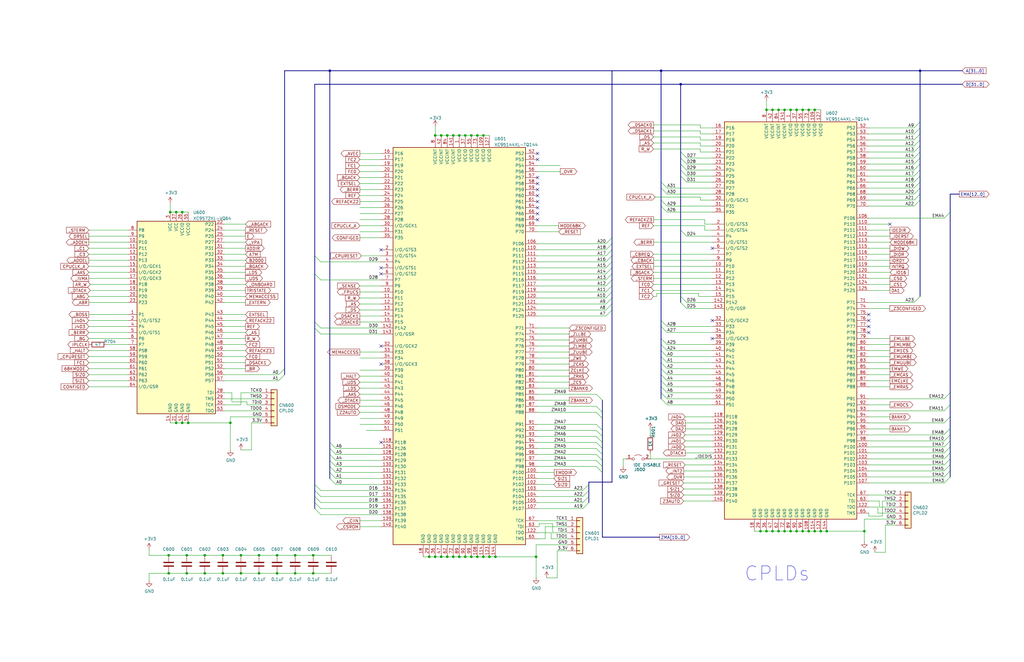
<source format=kicad_sch>
(kicad_sch (version 20211123) (generator eeschema)
  (paper "B")
  (title_block (title "Amiga N2630") (date "2022-05-26") (rev "2.0 QFP"))
  (junction (at 93.98 234.315))
  (junction (at 124.46 234.315))
  (junction (at 364.49 224.155))
  (junction (at 335.915 224.155))
  (junction (at 71.755 89.535))
  (junction (at 226.06 234.95))
  (junction (at 74.295 178.435))
  (junction (at 74.295 89.535))
  (junction (at 109.22 234.315))
  (junction (at 71.12 234.315))
  (junction (at 206.375 234.95))
  (junction (at 132.08 234.315))
  (junction (at 208.915 234.95))
  (junction (at 203.835 57.15))
  (junction (at 139.065 29.845))
  (junction (at 109.22 241.935))
  (junction (at 132.08 241.935))
  (junction (at 191.135 57.15))
  (junction (at 193.675 57.15))
  (junction (at 86.36 234.315))
  (junction (at 196.215 57.15))
  (junction (at 325.755 224.155))
  (junction (at 183.515 57.15))
  (junction (at 191.135 234.95))
  (junction (at 76.835 178.435))
  (junction (at 343.535 46.355))
  (junction (at 330.835 224.155))
  (junction (at 387.985 29.845))
  (junction (at 116.84 234.315))
  (junction (at 188.595 57.15))
  (junction (at 97.155 178.435))
  (junction (at 201.295 57.15))
  (junction (at 180.975 234.95))
  (junction (at 340.995 46.355))
  (junction (at 287.02 35.56))
  (junction (at 78.74 234.315))
  (junction (at 76.835 89.535))
  (junction (at 78.74 241.935))
  (junction (at 124.46 241.935))
  (junction (at 278.765 29.845))
  (junction (at 333.375 224.155))
  (junction (at 101.6 234.315))
  (junction (at 340.995 224.155))
  (junction (at 323.215 46.355))
  (junction (at 325.755 46.355))
  (junction (at 338.455 46.355))
  (junction (at 346.075 224.155))
  (junction (at 186.055 234.95))
  (junction (at 198.755 57.15))
  (junction (at 79.375 178.435))
  (junction (at 196.215 234.95))
  (junction (at 186.055 57.15))
  (junction (at 93.98 241.935))
  (junction (at 328.295 46.355))
  (junction (at 101.6 241.935))
  (junction (at 323.215 224.155))
  (junction (at 328.295 224.155))
  (junction (at 343.535 224.155))
  (junction (at 330.835 46.355))
  (junction (at 116.84 241.935))
  (junction (at 335.915 46.355))
  (junction (at 320.675 224.155))
  (junction (at 338.455 224.155))
  (junction (at 183.515 234.95))
  (junction (at 71.12 241.935))
  (junction (at 86.36 241.935))
  (junction (at 333.375 46.355))
  (junction (at 193.675 234.95))
  (junction (at 203.835 234.95))
  (junction (at 188.595 234.95))
  (junction (at 201.295 234.95))
  (junction (at 348.615 224.155))
  (junction (at 198.755 234.95))
  (no_connect (at 300.355 142.875))
  (no_connect (at 300.355 135.255))
  (no_connect (at 160.655 186.69))
  (no_connect (at 226.695 85.09))
  (no_connect (at 226.695 90.17))
  (no_connect (at 226.695 87.63))
  (no_connect (at 226.695 92.71))
  (no_connect (at 226.695 82.55))
  (no_connect (at 226.695 80.01))
  (no_connect (at 226.695 77.47))
  (no_connect (at 226.695 74.93))
  (no_connect (at 226.695 67.31))
  (no_connect (at 226.695 64.77))
  (no_connect (at 300.355 104.775))
  (no_connect (at 160.655 113.03))
  (no_connect (at 160.655 115.57))
  (no_connect (at 160.655 153.67))
  (no_connect (at 160.655 146.05))
  (no_connect (at 366.395 140.335))
  (no_connect (at 366.395 137.795))
  (no_connect (at 366.395 135.255))
  (no_connect (at 160.655 105.41))
  (no_connect (at 366.395 132.715))
  (no_connect (at 375.285 94.615))
  (bus_entry (at 281.305 137.795) (size -2.54 -2.54))
  (bus_entry (at 398.145 186.055) (size 2.54 -2.54))
  (bus_entry (at 398.018 183.515) (size 2.54 -2.54))
  (bus_entry (at 398.145 188.595) (size 2.54 -2.54))
  (bus_entry (at 398.145 173.355) (size 2.54 -2.54))
  (bus_entry (at 398.145 178.435) (size 2.54 -2.54))
  (bus_entry (at 255.524 107.95) (size 2.54 -2.54))
  (bus_entry (at 385.445 74.295) (size 2.54 -2.54))
  (bus_entry (at 385.445 61.595) (size 2.54 -2.54))
  (bus_entry (at 255.524 133.35) (size 2.54 -2.54))
  (bus_entry (at 385.445 53.975) (size 2.54 -2.54))
  (bus_entry (at 281.305 89.535) (size -2.54 -2.54))
  (bus_entry (at 281.305 79.375) (size -2.54 -2.54))
  (bus_entry (at 385.445 127.635) (size 2.54 -2.54))
  (bus_entry (at 385.445 79.375) (size 2.54 -2.54))
  (bus_entry (at 135.255 209.55) (size -2.54 -2.54))
  (bus_entry (at 289.56 71.755) (size -2.54 -2.54))
  (bus_entry (at 281.305 165.735) (size -2.54 -2.54))
  (bus_entry (at 398.145 201.295) (size 2.54 -2.54))
  (bus_entry (at 398.145 193.675) (size 2.54 -2.54))
  (bus_entry (at 398.145 203.835) (size 2.54 -2.54))
  (bus_entry (at 398.145 92.075) (size 2.54 -2.54))
  (bus_entry (at 398.018 198.755) (size 2.54 -2.54))
  (bus_entry (at 398.145 196.215) (size 2.54 -2.54))
  (bus_entry (at 398.145 191.135) (size 2.54 -2.54))
  (bus_entry (at 135.255 207.01) (size -2.54 -2.54))
  (bus_entry (at 281.305 163.195) (size -2.54 -2.54))
  (bus_entry (at 281.305 150.495) (size -2.54 -2.54))
  (bus_entry (at 281.305 145.415) (size -2.54 -2.54))
  (bus_entry (at 141.605 204.47) (size -2.54 -2.54))
  (bus_entry (at 141.605 196.85) (size -2.54 -2.54))
  (bus_entry (at 141.605 194.31) (size -2.54 -2.54))
  (bus_entry (at 141.605 199.39) (size -2.54 -2.54))
  (bus_entry (at 141.605 201.93) (size -2.54 -2.54))
  (bus_entry (at 141.605 189.23) (size -2.54 -2.54))
  (bus_entry (at 141.605 191.77) (size -2.54 -2.54))
  (bus_entry (at 255.524 118.11) (size 2.54 -2.54))
  (bus_entry (at 255.524 128.27) (size 2.54 -2.54))
  (bus_entry (at 255.524 120.65) (size 2.54 -2.54))
  (bus_entry (at 255.524 123.19) (size 2.54 -2.54))
  (bus_entry (at 255.524 125.73) (size 2.54 -2.54))
  (bus_entry (at 255.524 130.81) (size 2.54 -2.54))
  (bus_entry (at 245.745 207.01) (size 2.54 -2.54))
  (bus_entry (at 245.745 214.63) (size 2.54 -2.54))
  (bus_entry (at 245.745 212.09) (size 2.54 -2.54))
  (bus_entry (at 255.524 115.57) (size 2.54 -2.54))
  (bus_entry (at 255.524 113.03) (size 2.54 -2.54))
  (bus_entry (at 245.745 209.55) (size 2.54 -2.54))
  (bus_entry (at 385.445 84.455) (size 2.54 -2.54))
  (bus_entry (at 289.56 130.175) (size -2.54 -2.54))
  (bus_entry (at 385.445 69.215) (size 2.54 -2.54))
  (bus_entry (at 255.524 110.49) (size 2.54 -2.54))
  (bus_entry (at 385.445 81.915) (size 2.54 -2.54))
  (bus_entry (at 385.445 59.055) (size 2.54 -2.54))
  (bus_entry (at 281.305 170.815) (size -2.54 -2.54))
  (bus_entry (at 289.56 127.635) (size -2.54 -2.54))
  (bus_entry (at 385.445 56.515) (size 2.54 -2.54))
  (bus_entry (at 281.305 155.575) (size -2.54 -2.54))
  (bus_entry (at 135.255 217.17) (size -2.54 -2.54))
  (bus_entry (at 289.56 74.295) (size -2.54 -2.54))
  (bus_entry (at 281.305 168.275) (size -2.54 -2.54))
  (bus_entry (at 281.305 160.655) (size -2.54 -2.54))
  (bus_entry (at 289.56 99.695) (size -2.54 -2.54))
  (bus_entry (at 117.475 158.115) (size 2.54 -2.54))
  (bus_entry (at 255.524 102.87) (size 2.54 -2.54))
  (bus_entry (at 385.445 71.755) (size 2.54 -2.54))
  (bus_entry (at 281.305 158.115) (size -2.54 -2.54))
  (bus_entry (at 398.145 168.275) (size 2.54 -2.54))
  (bus_entry (at 289.56 66.675) (size -2.54 -2.54))
  (bus_entry (at 281.305 147.955) (size -2.54 -2.54))
  (bus_entry (at 385.445 64.135) (size 2.54 -2.54))
  (bus_entry (at 281.305 140.335) (size -2.54 -2.54))
  (bus_entry (at 385.445 86.995) (size 2.54 -2.54))
  (bus_entry (at 289.56 76.835) (size -2.54 -2.54))
  (bus_entry (at 385.445 66.675) (size 2.54 -2.54))
  (bus_entry (at 385.445 76.835) (size 2.54 -2.54))
  (bus_entry (at 255.524 105.41) (size 2.54 -2.54))
  (bus_entry (at 281.305 153.035) (size -2.54 -2.54))
  (bus_entry (at 135.255 212.09) (size -2.54 -2.54))
  (bus_entry (at 289.56 69.215) (size -2.54 -2.54))
  (bus_entry (at 251.46 171.45) (size 2.54 2.54))
  (bus_entry (at 251.46 166.37) (size 2.54 2.54))
  (bus_entry (at 251.46 179.07) (size 2.54 2.54))
  (bus_entry (at 251.46 173.99) (size 2.54 2.54))
  (bus_entry (at 251.46 191.77) (size 2.54 2.54))
  (bus_entry (at 251.46 194.31) (size 2.54 2.54))
  (bus_entry (at 251.46 196.85) (size 2.54 2.54))
  (bus_entry (at 251.46 184.15) (size 2.54 2.54))
  (bus_entry (at 251.46 189.23) (size 2.54 2.54))
  (bus_entry (at 251.46 181.61) (size 2.54 2.54))
  (bus_entry (at 251.46 186.69) (size 2.54 2.54))
  (bus_entry (at 117.475 160.655) (size 2.54 -2.54))
  (bus_entry (at 281.305 86.995) (size -2.54 -2.54))
  (bus_entry (at 281.305 81.915) (size -2.54 -2.54))
  (bus_entry (at 135.255 110.49) (size -2.54 -2.54))
  (bus_entry (at 135.255 118.11) (size -2.54 -2.54))
  (bus_entry (at 135.255 140.97) (size -2.54 -2.54))
  (bus_entry (at 135.255 138.43) (size -2.54 -2.54))
  (bus_entry (at 135.255 214.63) (size -2.54 -2.54))
  (bus (pts (xy 278.765 79.375) (xy 278.765 84.455)))
  (wire (pts (xy 53.975 112.395) (xy 37.465 112.395)))
  (wire (pts (xy 160.655 166.37) (xy 151.765 166.37)))
  (wire (pts (xy 366.395 173.355) (xy 398.145 173.355)))
  (wire (pts (xy 276.225 83.185) (xy 295.275 83.185)))
  (wire (pts (xy 183.515 234.95) (xy 186.055 234.95)))
  (wire (pts (xy 226.06 243.84) (xy 226.06 234.95)))
  (wire (pts (xy 226.06 234.95) (xy 226.06 229.87)))
  (bus (pts (xy 258.064 120.65) (xy 258.064 118.11)))
  (bus (pts (xy 132.715 107.95) (xy 132.715 35.56)))
  (wire (pts (xy 297.18 97.155) (xy 300.355 97.155)))
  (bus (pts (xy 258.064 115.57) (xy 258.064 113.03)))
  (bus (pts (xy 254 181.61) (xy 254 184.15)))
  (wire (pts (xy 203.835 234.95) (xy 206.375 234.95)))
  (wire (pts (xy 366.395 109.855) (xy 375.285 109.855)))
  (wire (pts (xy 288.29 203.835) (xy 300.355 203.835)))
  (wire (pts (xy 103.505 147.955) (xy 94.615 147.955)))
  (wire (pts (xy 297.18 92.71) (xy 297.18 94.615)))
  (wire (pts (xy 180.975 234.95) (xy 183.515 234.95)))
  (wire (pts (xy 101.6 241.935) (xy 93.98 241.935)))
  (wire (pts (xy 239.395 222.25) (xy 229.87 222.25)))
  (bus (pts (xy 248.285 212.09) (xy 248.285 209.55)))
  (wire (pts (xy 300.355 165.735) (xy 281.305 165.735)))
  (wire (pts (xy 160.655 156.21) (xy 151.765 156.21)))
  (bus (pts (xy 287.02 125.095) (xy 287.02 127.635)))
  (wire (pts (xy 289.56 127.635) (xy 300.355 127.635)))
  (wire (pts (xy 300.355 160.655) (xy 281.305 160.655)))
  (wire (pts (xy 53.975 109.855) (xy 37.465 109.855)))
  (wire (pts (xy 103.505 135.255) (xy 94.615 135.255)))
  (wire (pts (xy 188.595 234.95) (xy 191.135 234.95)))
  (wire (pts (xy 151.765 222.25) (xy 160.655 222.25)))
  (wire (pts (xy 366.395 170.815) (xy 375.285 170.815)))
  (wire (pts (xy 372.11 217.805) (xy 366.395 217.805)))
  (wire (pts (xy 104.14 170.815) (xy 110.49 170.815)))
  (wire (pts (xy 366.395 120.015) (xy 375.285 120.015)))
  (wire (pts (xy 135.255 214.63) (xy 160.655 214.63)))
  (wire (pts (xy 320.675 224.155) (xy 318.135 224.155)))
  (wire (pts (xy 295.275 52.705) (xy 275.59 52.705)))
  (bus (pts (xy 139.065 194.31) (xy 139.065 196.85)))
  (wire (pts (xy 328.295 46.355) (xy 325.755 46.355)))
  (wire (pts (xy 385.445 71.755) (xy 366.395 71.755)))
  (wire (pts (xy 274.193 193.675) (xy 300.355 193.675)))
  (wire (pts (xy 281.305 150.495) (xy 300.355 150.495)))
  (wire (pts (xy 255.524 110.49) (xy 226.695 110.49)))
  (wire (pts (xy 245.745 214.63) (xy 226.695 214.63)))
  (wire (pts (xy 262.763 193.675) (xy 262.763 196.85)))
  (wire (pts (xy 364.49 224.155) (xy 364.49 219.075)))
  (wire (pts (xy 385.445 84.455) (xy 366.395 84.455)))
  (bus (pts (xy 132.715 212.09) (xy 132.715 214.63)))
  (wire (pts (xy 97.155 178.435) (xy 97.155 175.895)))
  (wire (pts (xy 53.975 122.555) (xy 38.1 122.555)))
  (wire (pts (xy 295.275 60.325) (xy 295.275 61.595)))
  (bus (pts (xy 248.285 209.55) (xy 248.285 207.01)))
  (wire (pts (xy 297.18 95.25) (xy 297.18 97.155)))
  (wire (pts (xy 71.755 85.725) (xy 71.755 89.535)))
  (wire (pts (xy 103.505 102.235) (xy 94.615 102.235)))
  (wire (pts (xy 135.255 207.01) (xy 160.655 207.01)))
  (wire (pts (xy 300.355 107.315) (xy 275.59 107.315)))
  (wire (pts (xy 226.695 140.97) (xy 240.03 140.97)))
  (wire (pts (xy 103.505 155.575) (xy 94.615 155.575)))
  (bus (pts (xy 132.715 138.557) (xy 132.715 204.47)))
  (wire (pts (xy 226.695 189.23) (xy 251.46 189.23)))
  (wire (pts (xy 191.135 57.15) (xy 188.595 57.15)))
  (wire (pts (xy 53.975 125.095) (xy 37.465 125.095)))
  (wire (pts (xy 335.915 46.355) (xy 333.375 46.355)))
  (wire (pts (xy 300.355 208.915) (xy 288.29 208.915)))
  (wire (pts (xy 94.615 94.615) (xy 103.505 94.615)))
  (wire (pts (xy 385.445 127.635) (xy 366.395 127.635)))
  (wire (pts (xy 226.695 219.71) (xy 239.395 219.71)))
  (bus (pts (xy 258.064 102.87) (xy 258.064 100.33)))
  (wire (pts (xy 281.305 147.955) (xy 300.355 147.955)))
  (wire (pts (xy 226.695 97.79) (xy 235.585 97.79)))
  (wire (pts (xy 37.465 158.115) (xy 53.975 158.115)))
  (wire (pts (xy 281.305 89.535) (xy 300.355 89.535)))
  (wire (pts (xy 281.305 81.915) (xy 300.355 81.915)))
  (bus (pts (xy 254 191.77) (xy 254 194.31)))
  (wire (pts (xy 289.56 99.695) (xy 300.355 99.695)))
  (bus (pts (xy 400.685 191.135) (xy 400.685 188.595)))
  (wire (pts (xy 226.695 194.31) (xy 251.46 194.31)))
  (wire (pts (xy 160.655 74.93) (xy 151.765 74.93)))
  (wire (pts (xy 103.505 122.555) (xy 94.615 122.555)))
  (wire (pts (xy 226.695 191.77) (xy 251.46 191.77)))
  (bus (pts (xy 258.064 118.11) (xy 258.064 115.57)))
  (bus (pts (xy 254 199.39) (xy 254 226.695)))
  (wire (pts (xy 300.355 186.055) (xy 288.925 186.055)))
  (wire (pts (xy 94.615 120.015) (xy 103.505 120.015)))
  (wire (pts (xy 94.615 158.115) (xy 117.475 158.115)))
  (wire (pts (xy 300.355 112.395) (xy 275.59 112.395)))
  (wire (pts (xy 289.56 74.295) (xy 300.355 74.295)))
  (wire (pts (xy 206.375 234.95) (xy 208.915 234.95)))
  (wire (pts (xy 366.395 175.895) (xy 375.285 175.895)))
  (wire (pts (xy 274.193 183.515) (xy 274.193 180.975)))
  (wire (pts (xy 196.215 234.95) (xy 198.755 234.95)))
  (wire (pts (xy 160.655 64.77) (xy 151.765 64.77)))
  (bus (pts (xy 387.985 64.135) (xy 387.985 66.675)))
  (bus (pts (xy 254 189.23) (xy 254 191.77)))
  (wire (pts (xy 300.355 125.095) (xy 294.64 125.095)))
  (wire (pts (xy 160.655 77.47) (xy 151.765 77.47)))
  (wire (pts (xy 300.355 170.815) (xy 281.305 170.815)))
  (wire (pts (xy 274.193 191.135) (xy 274.193 193.675)))
  (wire (pts (xy 141.605 196.85) (xy 160.655 196.85)))
  (wire (pts (xy 289.56 76.835) (xy 300.355 76.835)))
  (wire (pts (xy 94.615 109.855) (xy 103.505 109.855)))
  (wire (pts (xy 385.445 53.975) (xy 366.395 53.975)))
  (wire (pts (xy 160.655 173.99) (xy 151.765 173.99)))
  (wire (pts (xy 325.755 46.355) (xy 323.215 46.355)))
  (wire (pts (xy 196.215 57.15) (xy 193.675 57.15)))
  (wire (pts (xy 53.975 117.475) (xy 37.465 117.475)))
  (bus (pts (xy 400.685 175.895) (xy 400.685 170.815)))
  (bus (pts (xy 387.985 61.595) (xy 387.985 64.135)))
  (wire (pts (xy 366.395 145.415) (xy 375.285 145.415)))
  (wire (pts (xy 93.98 241.935) (xy 86.36 241.935)))
  (wire (pts (xy 300.355 183.515) (xy 288.925 183.515)))
  (wire (pts (xy 103.505 150.495) (xy 94.615 150.495)))
  (wire (pts (xy 37.465 147.955) (xy 53.975 147.955)))
  (wire (pts (xy 226.695 199.39) (xy 233.68 199.39)))
  (wire (pts (xy 124.46 241.935) (xy 132.08 241.935)))
  (wire (pts (xy 340.995 224.155) (xy 338.455 224.155)))
  (wire (pts (xy 37.465 132.715) (xy 53.975 132.715)))
  (wire (pts (xy 37.465 140.335) (xy 53.975 140.335)))
  (bus (pts (xy 400.685 89.535) (xy 400.685 81.915)))
  (wire (pts (xy 151.765 123.19) (xy 160.655 123.19)))
  (wire (pts (xy 151.765 90.17) (xy 160.655 90.17)))
  (wire (pts (xy 53.975 137.795) (xy 37.465 137.795)))
  (bus (pts (xy 254 194.31) (xy 254 196.85)))
  (wire (pts (xy 226.695 95.25) (xy 235.585 95.25)))
  (wire (pts (xy 37.465 104.775) (xy 53.975 104.775)))
  (wire (pts (xy 300.355 163.195) (xy 281.305 163.195)))
  (wire (pts (xy 288.925 175.895) (xy 300.355 175.895)))
  (wire (pts (xy 281.305 86.995) (xy 300.355 86.995)))
  (bus (pts (xy 248.285 203.454) (xy 258.064 203.454)))
  (wire (pts (xy 208.915 234.95) (xy 226.06 234.95)))
  (bus (pts (xy 278.765 158.115) (xy 278.765 160.655)))
  (wire (pts (xy 135.255 217.17) (xy 160.655 217.17)))
  (wire (pts (xy 191.135 234.95) (xy 193.675 234.95)))
  (bus (pts (xy 258.064 113.03) (xy 258.064 110.49)))
  (wire (pts (xy 366.395 178.435) (xy 398.145 178.435)))
  (bus (pts (xy 278.765 153.035) (xy 278.765 155.575)))
  (wire (pts (xy 385.445 69.215) (xy 366.395 69.215)))
  (bus (pts (xy 120.015 29.845) (xy 139.065 29.845)))
  (bus (pts (xy 287.02 35.56) (xy 287.02 64.135)))
  (wire (pts (xy 160.655 163.83) (xy 151.765 163.83)))
  (wire (pts (xy 375.285 122.555) (xy 366.395 122.555)))
  (bus (pts (xy 278.765 160.655) (xy 278.765 163.195)))
  (bus (pts (xy 254 176.53) (xy 254 181.61)))
  (bus (pts (xy 258.064 128.27) (xy 258.064 130.81)))
  (wire (pts (xy 151.765 125.73) (xy 160.655 125.73)))
  (wire (pts (xy 76.835 178.435) (xy 79.375 178.435)))
  (wire (pts (xy 226.695 148.59) (xy 240.03 148.59)))
  (wire (pts (xy 234.95 243.84) (xy 230.505 243.84)))
  (wire (pts (xy 103.505 140.335) (xy 94.615 140.335)))
  (wire (pts (xy 255.524 102.87) (xy 226.695 102.87)))
  (wire (pts (xy 109.22 241.935) (xy 101.6 241.935)))
  (wire (pts (xy 141.605 191.77) (xy 160.655 191.77)))
  (wire (pts (xy 193.675 234.95) (xy 196.215 234.95)))
  (wire (pts (xy 79.375 178.435) (xy 97.155 178.435)))
  (wire (pts (xy 372.11 211.455) (xy 372.11 217.805)))
  (wire (pts (xy 160.655 92.71) (xy 151.765 92.71)))
  (bus (pts (xy 387.985 66.675) (xy 387.985 69.215)))
  (bus (pts (xy 400.685 81.915) (xy 404.495 81.915)))
  (wire (pts (xy 366.395 163.195) (xy 375.285 163.195)))
  (wire (pts (xy 103.505 145.415) (xy 94.615 145.415)))
  (wire (pts (xy 300.355 117.475) (xy 275.59 117.475)))
  (wire (pts (xy 264.033 193.675) (xy 262.763 193.675)))
  (wire (pts (xy 226.695 72.39) (xy 236.22 72.39)))
  (bus (pts (xy 278.765 145.415) (xy 278.765 147.955)))
  (bus (pts (xy 287.02 74.295) (xy 287.02 97.155)))
  (bus (pts (xy 278.765 29.845) (xy 387.985 29.845)))
  (bus (pts (xy 278.765 165.735) (xy 278.765 168.275)))
  (bus (pts (xy 400.685 193.675) (xy 400.685 191.135)))
  (wire (pts (xy 135.255 138.43) (xy 160.655 138.43)))
  (wire (pts (xy 109.22 234.315) (xy 116.84 234.315)))
  (wire (pts (xy 151.765 120.65) (xy 160.655 120.65)))
  (wire (pts (xy 160.655 107.95) (xy 152.4 107.95)))
  (bus (pts (xy 287.02 64.135) (xy 287.02 66.675)))
  (bus (pts (xy 258.064 130.81) (xy 258.064 203.454)))
  (wire (pts (xy 366.395 183.515) (xy 398.018 183.515)))
  (wire (pts (xy 141.605 189.23) (xy 160.655 189.23)))
  (wire (pts (xy 333.375 46.355) (xy 330.835 46.355)))
  (wire (pts (xy 226.695 158.75) (xy 240.03 158.75)))
  (wire (pts (xy 300.355 114.935) (xy 275.59 114.935)))
  (wire (pts (xy 160.655 95.25) (xy 151.765 95.25)))
  (wire (pts (xy 229.87 222.25) (xy 229.87 227.33)))
  (wire (pts (xy 233.045 220.98) (xy 227.33 220.98)))
  (bus (pts (xy 400.685 89.535) (xy 400.685 165.735)))
  (wire (pts (xy 116.84 241.935) (xy 124.46 241.935)))
  (wire (pts (xy 135.255 110.49) (xy 160.655 110.49)))
  (wire (pts (xy 53.975 107.315) (xy 37.465 107.315)))
  (wire (pts (xy 300.355 120.015) (xy 275.59 120.015)))
  (wire (pts (xy 86.36 234.315) (xy 78.74 234.315)))
  (bus (pts (xy 387.985 29.845) (xy 405.765 29.845)))
  (wire (pts (xy 103.505 112.395) (xy 94.615 112.395)))
  (wire (pts (xy 97.155 189.865) (xy 97.155 178.435)))
  (wire (pts (xy 151.765 130.81) (xy 160.655 130.81)))
  (wire (pts (xy 232.41 227.33) (xy 239.395 227.33)))
  (wire (pts (xy 275.59 60.325) (xy 295.275 60.325)))
  (wire (pts (xy 338.455 224.155) (xy 335.915 224.155)))
  (wire (pts (xy 101.6 165.735) (xy 101.6 170.815)))
  (wire (pts (xy 370.84 213.995) (xy 377.825 213.995)))
  (wire (pts (xy 97.79 165.735) (xy 97.79 169.545)))
  (wire (pts (xy 300.355 84.455) (xy 295.275 84.455)))
  (wire (pts (xy 198.755 57.15) (xy 196.215 57.15)))
  (wire (pts (xy 226.695 179.07) (xy 251.46 179.07)))
  (wire (pts (xy 201.295 57.15) (xy 198.755 57.15)))
  (wire (pts (xy 276.86 125.095) (xy 275.59 125.095)))
  (wire (pts (xy 109.22 241.935) (xy 116.84 241.935)))
  (wire (pts (xy 297.18 94.615) (xy 300.355 94.615)))
  (wire (pts (xy 348.615 224.155) (xy 364.49 224.155)))
  (wire (pts (xy 71.12 234.315) (xy 62.865 234.315)))
  (bus (pts (xy 139.065 191.77) (xy 139.065 194.31)))
  (wire (pts (xy 385.445 86.995) (xy 366.395 86.995)))
  (wire (pts (xy 198.755 234.95) (xy 201.295 234.95)))
  (wire (pts (xy 255.524 133.35) (xy 226.695 133.35)))
  (bus (pts (xy 400.685 188.595) (xy 400.685 186.055)))
  (bus (pts (xy 258.064 100.33) (xy 258.064 29.972)))
  (bus (pts (xy 387.985 56.515) (xy 387.985 59.055)))
  (bus (pts (xy 139.065 186.69) (xy 139.065 189.23)))
  (wire (pts (xy 124.46 234.315) (xy 132.08 234.315)))
  (wire (pts (xy 294.64 123.825) (xy 276.86 123.825)))
  (wire (pts (xy 141.605 199.39) (xy 160.655 199.39)))
  (wire (pts (xy 71.12 241.935) (xy 62.865 241.935)))
  (wire (pts (xy 370.205 213.995) (xy 370.205 216.535)))
  (wire (pts (xy 366.395 168.275) (xy 398.145 168.275)))
  (wire (pts (xy 203.835 57.15) (xy 201.295 57.15)))
  (wire (pts (xy 53.975 99.695) (xy 37.465 99.695)))
  (wire (pts (xy 233.045 224.79) (xy 233.045 220.98)))
  (bus (pts (xy 400.685 183.515) (xy 400.685 175.895)))
  (wire (pts (xy 366.395 112.395) (xy 375.285 112.395)))
  (wire (pts (xy 37.465 153.035) (xy 53.975 153.035)))
  (bus (pts (xy 278.765 163.195) (xy 278.765 165.735)))
  (wire (pts (xy 226.695 184.15) (xy 251.46 184.15)))
  (wire (pts (xy 366.395 203.835) (xy 398.145 203.835)))
  (wire (pts (xy 366.395 114.935) (xy 375.285 114.935)))
  (wire (pts (xy 385.445 64.135) (xy 366.395 64.135)))
  (wire (pts (xy 186.055 234.95) (xy 188.595 234.95)))
  (wire (pts (xy 160.655 87.63) (xy 151.765 87.63)))
  (wire (pts (xy 323.215 224.155) (xy 320.675 224.155)))
  (wire (pts (xy 288.29 198.755) (xy 300.355 198.755)))
  (wire (pts (xy 226.695 146.05) (xy 240.03 146.05)))
  (wire (pts (xy 300.355 191.135) (xy 288.925 191.135)))
  (wire (pts (xy 377.825 221.615) (xy 373.38 221.615)))
  (bus (pts (xy 278.765 137.795) (xy 278.765 142.875)))
  (wire (pts (xy 366.395 142.875) (xy 375.285 142.875)))
  (wire (pts (xy 255.524 130.81) (xy 226.695 130.81)))
  (bus (pts (xy 258.064 107.95) (xy 258.064 105.41)))
  (wire (pts (xy 385.445 56.515) (xy 366.395 56.515)))
  (wire (pts (xy 323.215 42.545) (xy 323.215 46.355)))
  (wire (pts (xy 103.505 137.795) (xy 94.615 137.795)))
  (wire (pts (xy 117.475 160.655) (xy 94.615 160.655)))
  (wire (pts (xy 132.08 234.315) (xy 139.7 234.315)))
  (wire (pts (xy 160.655 161.29) (xy 151.765 161.29)))
  (wire (pts (xy 300.355 56.515) (xy 295.275 56.515)))
  (bus (pts (xy 132.715 115.57) (xy 132.715 107.95)))
  (wire (pts (xy 226.695 204.47) (xy 233.553 204.47)))
  (wire (pts (xy 53.975 127.635) (xy 37.465 127.635)))
  (bus (pts (xy 387.985 81.915) (xy 387.985 84.455)))
  (wire (pts (xy 288.925 196.215) (xy 300.355 196.215)))
  (wire (pts (xy 295.275 55.245) (xy 275.59 55.245)))
  (wire (pts (xy 97.79 169.545) (xy 104.14 169.545)))
  (bus (pts (xy 400.685 186.055) (xy 400.685 183.515)))
  (wire (pts (xy 132.08 241.935) (xy 139.7 241.935)))
  (wire (pts (xy 295.275 64.135) (xy 295.275 62.865)))
  (bus (pts (xy 400.685 201.295) (xy 400.685 198.755)))
  (wire (pts (xy 366.395 117.475) (xy 375.285 117.475)))
  (wire (pts (xy 288.925 180.975) (xy 300.355 180.975)))
  (wire (pts (xy 366.395 211.455) (xy 370.84 211.455)))
  (wire (pts (xy 226.695 156.21) (xy 240.03 156.21)))
  (wire (pts (xy 53.975 120.015) (xy 38.1 120.015)))
  (wire (pts (xy 370.205 216.535) (xy 377.825 216.535)))
  (wire (pts (xy 160.655 151.13) (xy 151.765 151.13)))
  (wire (pts (xy 226.695 161.29) (xy 240.03 161.29)))
  (wire (pts (xy 364.49 219.075) (xy 377.825 219.075)))
  (wire (pts (xy 255.524 105.41) (xy 226.695 105.41)))
  (wire (pts (xy 295.275 56.515) (xy 295.275 55.245)))
  (wire (pts (xy 93.98 234.315) (xy 86.36 234.315)))
  (wire (pts (xy 276.86 123.825) (xy 276.86 125.095)))
  (wire (pts (xy 151.765 176.53) (xy 160.655 176.53)))
  (wire (pts (xy 281.305 153.035) (xy 300.355 153.035)))
  (wire (pts (xy 373.38 233.045) (xy 368.935 233.045)))
  (bus (pts (xy 132.715 135.89) (xy 132.715 115.57)))
  (wire (pts (xy 275.59 102.235) (xy 300.355 102.235)))
  (wire (pts (xy 227.33 222.25) (xy 226.695 222.25)))
  (wire (pts (xy 275.59 62.865) (xy 295.275 62.865)))
  (wire (pts (xy 151.765 67.31) (xy 160.655 67.31)))
  (bus (pts (xy 254 184.15) (xy 254 186.69)))
  (wire (pts (xy 366.395 198.755) (xy 398.018 198.755)))
  (wire (pts (xy 366.395 104.775) (xy 375.285 104.775)))
  (wire (pts (xy 151.765 97.79) (xy 160.655 97.79)))
  (wire (pts (xy 160.655 80.01) (xy 151.765 80.01)))
  (wire (pts (xy 255.524 113.03) (xy 226.695 113.03)))
  (wire (pts (xy 366.395 150.495) (xy 375.285 150.495)))
  (bus (pts (xy 287.02 35.56) (xy 405.765 35.56)))
  (wire (pts (xy 288.29 206.375) (xy 300.355 206.375)))
  (wire (pts (xy 160.655 171.45) (xy 151.765 171.45)))
  (wire (pts (xy 151.765 128.27) (xy 160.655 128.27)))
  (wire (pts (xy 206.375 57.15) (xy 203.835 57.15)))
  (wire (pts (xy 160.655 85.09) (xy 151.765 85.09)))
  (bus (pts (xy 287.02 71.755) (xy 287.02 74.295)))
  (wire (pts (xy 255.524 115.57) (xy 226.695 115.57)))
  (wire (pts (xy 160.655 168.91) (xy 151.765 168.91)))
  (wire (pts (xy 37.465 150.495) (xy 53.975 150.495)))
  (wire (pts (xy 385.445 79.375) (xy 366.395 79.375)))
  (wire (pts (xy 37.465 160.655) (xy 53.975 160.655)))
  (wire (pts (xy 328.295 224.155) (xy 325.755 224.155)))
  (wire (pts (xy 366.395 153.035) (xy 375.285 153.035)))
  (wire (pts (xy 245.745 212.09) (xy 226.695 212.09)))
  (wire (pts (xy 53.975 135.255) (xy 37.465 135.255)))
  (wire (pts (xy 275.59 57.785) (xy 295.275 57.785)))
  (wire (pts (xy 160.655 72.39) (xy 151.765 72.39)))
  (wire (pts (xy 226.695 171.45) (xy 251.46 171.45)))
  (wire (pts (xy 294.64 125.095) (xy 294.64 123.825)))
  (wire (pts (xy 45.085 145.415) (xy 53.975 145.415)))
  (wire (pts (xy 226.695 151.13) (xy 240.03 151.13)))
  (wire (pts (xy 103.505 125.095) (xy 94.615 125.095)))
  (bus (pts (xy 400.685 170.815) (xy 400.685 165.735)))
  (bus (pts (xy 139.065 199.39) (xy 139.065 201.93)))
  (wire (pts (xy 364.49 228.6) (xy 364.49 224.155)))
  (wire (pts (xy 103.505 127.635) (xy 94.615 127.635)))
  (wire (pts (xy 103.505 142.875) (xy 94.615 142.875)))
  (wire (pts (xy 377.825 211.455) (xy 372.11 211.455)))
  (wire (pts (xy 226.695 69.85) (xy 236.22 69.85)))
  (bus (pts (xy 278.765 147.955) (xy 278.765 150.495)))
  (wire (pts (xy 94.615 97.155) (xy 103.505 97.155)))
  (bus (pts (xy 387.985 79.375) (xy 387.985 81.915)))
  (bus (pts (xy 120.015 158.115) (xy 120.015 155.575)))
  (bus (pts (xy 387.985 53.975) (xy 387.985 56.515)))
  (wire (pts (xy 226.695 181.61) (xy 251.46 181.61)))
  (wire (pts (xy 110.49 168.275) (xy 94.615 168.275)))
  (bus (pts (xy 132.715 35.56) (xy 287.02 35.56)))
  (wire (pts (xy 366.395 213.995) (xy 370.205 213.995)))
  (bus (pts (xy 254 226.695) (xy 278.13 226.695)))
  (bus (pts (xy 258.064 105.41) (xy 258.064 102.87)))
  (bus (pts (xy 120.015 155.575) (xy 120.015 29.845)))
  (wire (pts (xy 110.49 173.355) (xy 94.615 173.355)))
  (wire (pts (xy 160.655 204.47) (xy 141.605 204.47)))
  (wire (pts (xy 295.275 53.975) (xy 295.275 52.705)))
  (bus (pts (xy 139.065 196.85) (xy 139.065 199.39)))
  (bus (pts (xy 387.985 74.295) (xy 387.985 76.835)))
  (bus (pts (xy 387.985 69.215) (xy 387.985 71.755)))
  (wire (pts (xy 366.395 158.115) (xy 375.285 158.115)))
  (wire (pts (xy 289.56 71.755) (xy 300.355 71.755)))
  (wire (pts (xy 109.22 234.315) (xy 101.6 234.315)))
  (wire (pts (xy 330.835 224.155) (xy 328.295 224.155)))
  (bus (pts (xy 387.985 51.435) (xy 387.985 53.975)))
  (wire (pts (xy 385.445 76.835) (xy 366.395 76.835)))
  (wire (pts (xy 37.465 155.575) (xy 53.975 155.575)))
  (wire (pts (xy 79.375 89.535) (xy 76.835 89.535)))
  (bus (pts (xy 132.715 138.43) (xy 132.715 135.89)))
  (wire (pts (xy 366.395 193.675) (xy 398.145 193.675)))
  (bus (pts (xy 258.064 123.19) (xy 258.064 120.65)))
  (wire (pts (xy 346.075 46.355) (xy 343.535 46.355)))
  (wire (pts (xy 74.295 178.435) (xy 76.835 178.435)))
  (wire (pts (xy 86.36 241.935) (xy 78.74 241.935)))
  (wire (pts (xy 106.045 189.865) (xy 101.6 189.865)))
  (bus (pts (xy 278.765 84.455) (xy 278.765 86.995)))
  (bus (pts (xy 278.765 155.575) (xy 278.765 158.115)))
  (bus (pts (xy 248.285 207.01) (xy 248.285 204.47)))
  (wire (pts (xy 289.56 66.675) (xy 300.355 66.675)))
  (wire (pts (xy 385.445 74.295) (xy 366.395 74.295)))
  (wire (pts (xy 74.295 89.535) (xy 71.755 89.535)))
  (wire (pts (xy 106.045 178.435) (xy 106.045 189.865)))
  (wire (pts (xy 135.255 209.55) (xy 160.655 209.55)))
  (bus (pts (xy 278.765 135.255) (xy 278.765 137.795)))
  (wire (pts (xy 101.6 170.815) (xy 94.615 170.815)))
  (wire (pts (xy 239.395 224.79) (xy 233.045 224.79)))
  (wire (pts (xy 300.355 158.115) (xy 281.305 158.115)))
  (wire (pts (xy 141.605 194.31) (xy 160.655 194.31)))
  (wire (pts (xy 78.74 234.315) (xy 71.12 234.315)))
  (wire (pts (xy 289.56 69.215) (xy 300.355 69.215)))
  (wire (pts (xy 183.515 53.34) (xy 183.515 57.15)))
  (wire (pts (xy 375.285 99.695) (xy 366.395 99.695)))
  (bus (pts (xy 278.765 76.835) (xy 278.765 79.375)))
  (bus (pts (xy 387.985 71.755) (xy 387.985 74.295)))
  (wire (pts (xy 232.41 224.79) (xy 232.41 227.33)))
  (wire (pts (xy 366.395 208.915) (xy 377.825 208.915)))
  (wire (pts (xy 135.255 140.97) (xy 160.655 140.97)))
  (wire (pts (xy 255.524 107.95) (xy 226.695 107.95)))
  (wire (pts (xy 94.615 132.715) (xy 103.505 132.715)))
  (wire (pts (xy 288.29 201.295) (xy 300.355 201.295)))
  (wire (pts (xy 366.395 107.315) (xy 375.285 107.315)))
  (wire (pts (xy 141.605 201.93) (xy 160.655 201.93)))
  (wire (pts (xy 151.765 158.75) (xy 160.655 158.75)))
  (wire (pts (xy 78.74 241.935) (xy 71.12 241.935)))
  (wire (pts (xy 193.675 57.15) (xy 191.135 57.15)))
  (bus (pts (xy 387.985 76.835) (xy 387.985 79.375)))
  (bus (pts (xy 132.715 207.01) (xy 132.715 209.55)))
  (wire (pts (xy 300.355 64.135) (xy 295.275 64.135)))
  (wire (pts (xy 300.355 53.975) (xy 295.275 53.975)))
  (wire (pts (xy 295.275 57.785) (xy 295.275 59.055)))
  (wire (pts (xy 300.355 109.855) (xy 275.59 109.855)))
  (wire (pts (xy 227.33 220.98) (xy 227.33 222.25)))
  (wire (pts (xy 151.765 69.85) (xy 160.655 69.85)))
  (wire (pts (xy 151.765 133.35) (xy 160.655 133.35)))
  (wire (pts (xy 370.84 211.455) (xy 370.84 213.995)))
  (wire (pts (xy 281.305 137.795) (xy 300.355 137.795)))
  (bus (pts (xy 254 168.91) (xy 254 173.99)))
  (wire (pts (xy 325.755 224.155) (xy 323.215 224.155)))
  (bus (pts (xy 278.765 29.845) (xy 278.765 76.835)))
  (wire (pts (xy 275.59 95.25) (xy 297.18 95.25)))
  (wire (pts (xy 343.535 46.355) (xy 340.995 46.355)))
  (wire (pts (xy 385.445 61.595) (xy 366.395 61.595)))
  (wire (pts (xy 366.395 180.975) (xy 375.285 180.975)))
  (bus (pts (xy 258.064 128.27) (xy 258.064 125.73)))
  (wire (pts (xy 330.835 46.355) (xy 328.295 46.355)))
  (bus (pts (xy 387.985 59.055) (xy 387.985 61.595)))
  (wire (pts (xy 338.455 46.355) (xy 335.915 46.355)))
  (wire (pts (xy 226.06 229.87) (xy 239.395 229.87)))
  (wire (pts (xy 53.975 114.935) (xy 37.465 114.935)))
  (wire (pts (xy 151.765 179.07) (xy 160.655 179.07)))
  (wire (pts (xy 300.355 188.595) (xy 288.925 188.595)))
  (wire (pts (xy 288.925 178.435) (xy 300.355 178.435)))
  (wire (pts (xy 62.865 234.315) (xy 62.865 231.775)))
  (wire (pts (xy 97.155 175.895) (xy 110.49 175.895)))
  (bus (pts (xy 132.715 204.47) (xy 132.715 207.01)))
  (wire (pts (xy 186.055 57.15) (xy 183.515 57.15)))
  (bus (pts (xy 254 173.99) (xy 254 176.53)))
  (wire (pts (xy 245.745 207.01) (xy 226.695 207.01)))
  (wire (pts (xy 275.59 92.71) (xy 297.18 92.71)))
  (wire (pts (xy 53.975 102.235) (xy 37.465 102.235)))
  (wire (pts (xy 226.695 224.79) (xy 232.41 224.79)))
  (wire (pts (xy 239.395 232.41) (xy 234.95 232.41)))
  (wire (pts (xy 103.505 153.035) (xy 94.615 153.035)))
  (wire (pts (xy 366.395 196.215) (xy 398.145 196.215)))
  (wire (pts (xy 348.615 224.155) (xy 346.075 224.155)))
  (wire (pts (xy 226.695 186.69) (xy 251.46 186.69)))
  (wire (pts (xy 226.695 196.85) (xy 251.46 196.85)))
  (bus (pts (xy 258.064 125.73) (xy 258.064 123.19)))
  (bus (pts (xy 278.765 150.495) (xy 278.765 153.035)))
  (wire (pts (xy 288.29 211.455) (xy 300.355 211.455)))
  (wire (pts (xy 234.95 232.41) (xy 234.95 243.84)))
  (wire (pts (xy 366.395 217.805) (xy 366.395 216.535)))
  (wire (pts (xy 333.375 224.155) (xy 330.835 224.155)))
  (wire (pts (xy 101.6 234.315) (xy 93.98 234.315)))
  (wire (pts (xy 103.505 117.475) (xy 94.615 117.475)))
  (bus (pts (xy 139.065 189.23) (xy 139.065 191.77)))
  (wire (pts (xy 366.395 147.955) (xy 375.285 147.955)))
  (wire (pts (xy 373.38 221.615) (xy 373.38 233.045)))
  (bus (pts (xy 254 186.69) (xy 254 189.23)))
  (wire (pts (xy 94.615 99.695) (xy 103.505 99.695)))
  (wire (pts (xy 340.995 46.355) (xy 338.455 46.355)))
  (wire (pts (xy 160.655 82.55) (xy 151.765 82.55)))
  (wire (pts (xy 226.695 163.83) (xy 240.03 163.83)))
  (bus (pts (xy 287.02 69.215) (xy 287.02 71.755)))
  (wire (pts (xy 104.14 169.545) (xy 104.14 170.815)))
  (wire (pts (xy 295.275 84.455) (xy 295.275 83.185)))
  (wire (pts (xy 255.524 123.19) (xy 226.695 123.19)))
  (wire (pts (xy 300.355 168.275) (xy 281.305 168.275)))
  (wire (pts (xy 281.305 79.375) (xy 300.355 79.375)))
  (wire (pts (xy 53.975 97.155) (xy 37.465 97.155)))
  (bus (pts (xy 278.765 142.875) (xy 278.765 145.415)))
  (wire (pts (xy 343.535 224.155) (xy 340.995 224.155)))
  (wire (pts (xy 366.395 160.655) (xy 375.285 160.655)))
  (bus (pts (xy 139.065 29.845) (xy 278.765 29.845)))
  (wire (pts (xy 226.695 138.43) (xy 240.03 138.43)))
  (wire (pts (xy 366.395 102.235) (xy 375.285 102.235)))
  (wire (pts (xy 245.745 209.55) (xy 226.695 209.55)))
  (wire (pts (xy 94.615 104.775) (xy 103.505 104.775)))
  (bus (pts (xy 387.985 84.455) (xy 387.985 125.095)))
  (wire (pts (xy 226.695 201.93) (xy 233.553 201.93)))
  (wire (pts (xy 37.465 163.195) (xy 53.975 163.195)))
  (wire (pts (xy 76.835 89.535) (xy 74.295 89.535)))
  (wire (pts (xy 281.305 155.575) (xy 300.355 155.575)))
  (bus (pts (xy 139.065 29.845) (xy 139.065 186.69)))
  (wire (pts (xy 385.445 81.915) (xy 366.395 81.915)))
  (wire (pts (xy 366.395 130.175) (xy 375.158 130.175)))
  (wire (pts (xy 229.87 227.33) (xy 226.695 227.33)))
  (wire (pts (xy 226.695 173.99) (xy 251.46 173.99)))
  (wire (pts (xy 116.84 234.315) (xy 124.46 234.315)))
  (wire (pts (xy 275.59 122.555) (xy 300.355 122.555)))
  (wire (pts (xy 255.524 118.11) (xy 226.695 118.11)))
  (wire (pts (xy 110.49 165.735) (xy 101.6 165.735)))
  (wire (pts (xy 255.524 120.65) (xy 226.695 120.65)))
  (wire (pts (xy 366.395 201.295) (xy 398.145 201.295)))
  (bus (pts (xy 387.985 29.845) (xy 387.985 51.435)))
  (wire (pts (xy 335.915 224.155) (xy 333.375 224.155)))
  (wire (pts (xy 295.275 61.595) (xy 300.355 61.595)))
  (wire (pts (xy 94.615 107.315) (xy 103.505 107.315)))
  (wire (pts (xy 160.655 148.59) (xy 151.765 148.59)))
  (wire (pts (xy 94.615 165.735) (xy 97.79 165.735)))
  (wire (pts (xy 295.275 59.055) (xy 300.355 59.055)))
  (wire (pts (xy 385.445 66.675) (xy 366.395 66.675)))
  (wire (pts (xy 375.285 94.615) (xy 366.395 94.615)))
  (wire (pts (xy 226.695 166.37) (xy 251.46 166.37)))
  (wire (pts (xy 160.655 219.71) (xy 151.765 219.71)))
  (wire (pts (xy 366.395 155.575) (xy 375.285 155.575)))
  (wire (pts (xy 188.595 57.15) (xy 186.055 57.15)))
  (wire (pts (xy 366.395 186.055) (xy 398.145 186.055)))
  (bus (pts (xy 254 196.85) (xy 254 199.39)))
  (bus (pts (xy 400.685 198.755) (xy 400.685 193.675)))
  (wire (pts (xy 160.655 135.89) (xy 151.765 135.89)))
  (wire (pts (xy 160.655 100.33) (xy 151.765 100.33)))
  (wire (pts (xy 281.305 145.415) (xy 300.355 145.415)))
  (bus (pts (xy 287.02 97.155) (xy 287.02 125.095)))
  (wire (pts (xy 240.03 153.67) (xy 226.695 153.67)))
  (wire (pts (xy 201.295 234.95) (xy 203.835 234.95)))
  (wire (pts (xy 178.435 234.95) (xy 180.975 234.95)))
  (wire (pts (xy 255.524 128.27) (xy 226.695 128.27)))
  (wire (pts (xy 226.695 168.91) (xy 240.03 168.91)))
  (wire (pts (xy 255.524 125.73) (xy 226.695 125.73)))
  (bus (pts (xy 278.765 86.995) (xy 278.765 135.255)))
  (wire (pts (xy 71.755 178.435) (xy 74.295 178.435)))
  (wire (pts (xy 62.865 241.935) (xy 62.865 245.11)))
  (wire (pts (xy 226.695 143.51) (xy 240.03 143.51)))
  (wire (pts (xy 366.395 188.595) (xy 398.145 188.595)))
  (wire (pts (xy 154.432 181.61) (xy 160.655 181.61)))
  (wire (pts (xy 385.445 59.055) (xy 366.395 59.055)))
  (wire (pts (xy 366.395 92.075) (xy 398.145 92.075)))
  (bus (pts (xy 287.02 66.675) (xy 287.02 69.215)))
  (bus (pts (xy 258.064 110.49) (xy 258.064 107.95)))
  (bus (pts (xy 248.285 204.47) (xy 248.285 203.454)))
  (wire (pts (xy 281.305 140.335) (xy 300.355 140.335)))
  (wire (pts (xy 53.975 142.875) (xy 37.465 142.875)))
  (wire (pts (xy 135.255 118.11) (xy 160.655 118.11)))
  (wire (pts (xy 103.505 114.935) (xy 94.615 114.935)))
  (wire (pts (xy 110.49 178.435) (xy 106.045 178.435)))
  (wire (pts (xy 375.285 97.155) (xy 366.395 97.155)))
  (wire (pts (xy 346.075 224.155) (xy 343.535 224.155)))
  (wire (pts (xy 289.56 130.175) (xy 300.355 130.175)))
  (bus (pts (xy 132.715 209.55) (xy 132.715 212.09)))
  (wire (pts (xy 366.395 191.135) (xy 398.145 191.135)))
  (wire (pts (xy 135.255 212.09) (xy 160.655 212.09)))
  (text "CPLDs" (at 341.63 245.745 180) (effects (font (size 5.9944 5.9944)) (justify right bottom)))
  (label "TDO1" (at 239.395 227.33 180))
  (label "D19" (at 159.385 214.63 180))
  (label "TMS1" (at 239.395 222.25 180))
  (label "A1" (at 281.305 153.035 0))
  (label "ZMA1" (at 238.76 186.69 180))
  (label "A20" (at 385.445 81.915 180))
  (label "A0" (at 141.732 204.47 0))
  (label "A7" (at 255.397 133.35 180))
  (label "ZMA2" (at 238.76 191.77 180))
  (label "ZMA10" (at 238.76 173.99 180))
  (label "A13" (at 255.524 118.11 180))
  (label "A26" (at 281.305 89.535 0))
  (label "3.3V" (at 239.395 232.41 180))
  (label "ZMA8" (at 238.76 171.45 180))
  (label "A12" (at 385.445 61.595 180))
  (label "ZMA6" (at 238.76 184.15 180))
  (label "A5" (at 141.732 191.77 0))
  (label "D30" (at 289.56 74.295 0))
  (label "D28" (at 289.56 69.215 0))
  (label "D20" (at 159.385 217.17 180))
  (label "A2" (at 281.305 155.575 0))
  (label "GND" (at 377.825 219.075 180))
  (label "A23" (at 385.445 127.635 180))
  (label "A12" (at 255.524 120.65 180))
  (label "A2" (at 141.732 199.39 0))
  (label "A14" (at 385.445 66.675 180))
  (label "A18" (at 385.445 76.835 180))
  (label "A30" (at 281.305 81.915 0))
  (label "ZMA7" (at 238.76 179.07 180))
  (label "D30" (at 159.385 138.43 180))
  (label "_IDEDIS" (at 300.355 193.675 180))
  (label "A15" (at 255.524 113.03 180))
  (label "A23" (at 245.745 207.01 180))
  (label "A19" (at 385.445 79.375 180))
  (label "A21" (at 385.445 84.455 180))
  (label "A1" (at 117.475 160.655 180))
  (label "ZMA0" (at 238.76 181.61 180))
  (label "TDI0" (at 110.49 170.815 180))
  (label "TDO0" (at 110.49 173.355 180))
  (label "D27" (at 289.56 66.675 0))
  (label "A10" (at 385.445 56.515 180))
  (label "A11" (at 255.524 123.19 180))
  (label "ZMA9" (at 238.76 166.37 180))
  (label "ZMA3" (at 238.76 196.85 180))
  (label "A9" (at 385.445 53.975 180))
  (label "EMA2" (at 398.145 201.295 180))
  (label "TMS2" (at 377.825 211.455 180))
  (label "D25" (at 289.56 130.175 0))
  (label "A6" (at 281.305 165.735 0))
  (label "A6" (at 141.732 189.23 0))
  (label "A19" (at 245.745 214.63 180))
  (label "D16" (at 159.385 207.01 180))
  (label "TCK2" (at 377.825 208.915 180))
  (label "A27" (at 281.305 140.335 0))
  (label "TDI2" (at 377.825 213.995 180))
  (label "A8" (at 255.397 130.81 180))
  (label "A25" (at 281.305 145.415 0))
  (label "D28" (at 159.385 118.11 180))
  (label "EMA5" (at 398.018 198.755 180))
  (label "EMA4" (at 398.145 92.075 180))
  (label "A20" (at 255.524 102.87 180))
  (label "EMA9" (at 397.9599 178.435 180))
  (label "A16" (at 255.524 110.49 180))
  (label "A18" (at 255.524 105.41 180))
  (label "A17" (at 385.445 74.295 180))
  (label "EMA12" (at 398.018 168.275 180))
  (label "A24" (at 281.305 147.955 0))
  (label "D24" (at 289.56 99.695 0))
  (label "A4" (at 281.305 160.655 0))
  (label "EMA8" (at 398.018 183.515 180))
  (label "D18" (at 159.385 212.09 180))
  (label "A0" (at 281.305 150.495 0))
  (label "A7" (at 281.305 168.275 0))
  (label "EMA6" (at 398.145 193.675 180))
  (label "D29" (at 289.56 71.755 0))
  (label "A15" (at 385.445 69.215 180))
  (label "EMA10" (at 398.0869 186.055 180))
  (label "A9" (at 255.397 128.27 180))
  (label "ZMA4" (at 238.76 194.31 180))
  (label "EMA3" (at 398.145 203.835 180))
  (label "EMA11" (at 398.018 173.355 180))
  (label "A3" (at 141.732 196.85 0))
  (label "TCK0" (at 110.49 165.735 180))
  (label "A22" (at 385.445 86.995 180))
  (label "ZMA5" (at 238.76 189.23 180))
  (label "A10" (at 255.397 125.73 180))
  (label "A22" (at 245.745 209.55 180))
  (label "A8" (at 281.305 170.815 0))
  (label "A31" (at 281.305 79.375 0))
  (label "3.3V" (at 377.825 221.615 180))
  (label "EMA0" (at 398.145 191.135 180))
  (label "D31" (at 159.385 140.97 180))
  (label "EMA1" (at 398.145 196.215 180))
  (label "A16" (at 385.445 71.755 180))
  (label "A13" (at 385.445 64.135 180))
  (label "A21" (at 245.745 212.09 180))
  (label "A0" (at 117.475 158.115 180))
  (label "A1" (at 141.732 201.93 0))
  (label "A17" (at 255.524 107.95 180))
  (label "EMA7" (at 398.145 188.595 180))
  (label "TDI1" (at 239.395 224.79 180))
  (label "A29" (at 281.305 86.995 0))
  (label "D26" (at 289.56 127.635 0))
  (label "TMS0" (at 110.49 168.275 180))
  (label "D29" (at 159.385 110.49 180))
  (label "A11" (at 385.445 59.055 180))
  (label "A5" (at 281.305 163.195 0))
  (label "D31" (at 289.56 76.835 0))
  (label "TDO2" (at 377.825 216.535 180))
  (label "TCK1" (at 239.395 219.71 180))
  (label "A28" (at 281.305 137.795 0))
  (label "A4" (at 141.732 194.31 0))
  (label "A3" (at 281.305 158.115 0))
  (label "3.3V" (at 110.49 178.435 180))
  (label "GND" (at 239.395 229.87 180))
  (label "A14" (at 255.524 115.57 180))
  (label "GND" (at 110.49 175.895 180))
  (label "D17" (at 159.385 209.55 180))
  (global_label "SIZ1" (shape input) (at 37.465 160.655 180) (property "Intersheet References" "${INTERSHEET_REFS}" (effects hide)))
  (global_label "_BERR" (shape output) (at 151.765 80.01 180) (property "Intersheet References" "${INTERSHEET_REFS}" (effects hide)))
  (global_label "MODE68K" (shape input) (at 375.285 102.235 0) (property "Intersheet References" "${INTERSHEET_REFS}" (effects hide)))
  (global_label "_CS0" (shape output) (at 375.285 117.475 0) (property "Intersheet References" "${INTERSHEET_REFS}" (effects hide)))
  (global_label "OSMODE" (shape input) (at 151.765 171.45 180) (property "Intersheet References" "${INTERSHEET_REFS}" (effects hide)))
  (global_label "_UDS" (shape output) (at 103.505 117.475 0) (property "Intersheet References" "${INTERSHEET_REFS}" (effects hide)))
  (global_label "_ZCAS" (shape output) (at 240.03 153.67 0) (property "Intersheet References" "${INTERSHEET_REFS}" (effects hide)))
  (global_label "_AAS" (shape input) (at 37.465 114.935 180) (property "Intersheet References" "${INTERSHEET_REFS}" (effects hide)))
  (global_label "Z2AUTO" (shape input) (at 151.765 173.99 180) (property "Intersheet References" "${INTERSHEET_REFS}" (effects hide)))
  (global_label "_DSACK1" (shape output) (at 151.765 133.35 180) (property "Intersheet References" "${INTERSHEET_REFS}" (effects hide)))
  (global_label "_OVR" (shape output) (at 288.29 201.295 180) (property "Intersheet References" "${INTERSHEET_REFS}" (effects hide)))
  (global_label "_ADOEL" (shape output) (at 37.465 109.855 180) (property "Intersheet References" "${INTERSHEET_REFS}" (effects hide)))
  (global_label "J402" (shape input) (at 288.925 183.515 180) (property "Intersheet References" "${INTERSHEET_REFS}" (effects hide)))
  (global_label "B2000" (shape input) (at 103.505 109.855 0) (property "Intersheet References" "${INTERSHEET_REFS}" (effects hide)))
  (global_label "E" (shape output) (at 103.505 99.695 0) (property "Intersheet References" "${INTERSHEET_REFS}" (effects hide)))
  (global_label "BANK0" (shape output) (at 375.285 175.895 0) (property "Intersheet References" "${INTERSHEET_REFS}" (effects hide)))
  (global_label "_ZUMBE" (shape output) (at 240.03 143.51 0) (property "Intersheet References" "${INTERSHEET_REFS}" (effects hide)))
  (global_label "_ADOEH" (shape output) (at 37.465 102.235 180) (property "Intersheet References" "${INTERSHEET_REFS}" (effects hide)))
  (global_label "J403" (shape input) (at 37.465 137.795 180) (property "Intersheet References" "${INTERSHEET_REFS}" (effects hide)))
  (global_label "_BERR" (shape output) (at 275.59 102.235 180) (property "Intersheet References" "${INTERSHEET_REFS}" (effects hide)))
  (global_label "_BGACK" (shape input) (at 151.765 74.93 180) (property "Intersheet References" "${INTERSHEET_REFS}" (effects hide)))
  (global_label "ZMA[10..0]" (shape output) (at 278.13 226.695 0) (property "Intersheet References" "${INTERSHEET_REFS}" (effects hide)))
  (global_label "FC0" (shape input) (at 103.505 150.495 0) (property "Intersheet References" "${INTERSHEET_REFS}" (effects hide)))
  (global_label "_DSACK0" (shape output) (at 275.59 52.705 180) (property "Intersheet References" "${INTERSHEET_REFS}" (effects hide)))
  (global_label "ZBANK1" (shape output) (at 240.03 168.91 0) (property "Intersheet References" "${INTERSHEET_REFS}" (effects hide)))
  (global_label "DA0" (shape output) (at 288.925 178.435 180) (property "Intersheet References" "${INTERSHEET_REFS}" (effects hide)))
  (global_label "FC1" (shape input) (at 275.59 122.555 180) (property "Intersheet References" "${INTERSHEET_REFS}" (effects hide)))
  (global_label "SIZ1" (shape input) (at 233.553 201.93 0) (property "Intersheet References" "${INTERSHEET_REFS}" (effects hide)))
  (global_label "IORDY" (shape output) (at 375.285 109.855 0) (property "Intersheet References" "${INTERSHEET_REFS}" (effects hide)))
  (global_label "INTRQ" (shape output) (at 375.285 112.395 0) (property "Intersheet References" "${INTERSHEET_REFS}" (effects hide)))
  (global_label "_ABR" (shape output) (at 37.465 127.635 180) (property "Intersheet References" "${INTERSHEET_REFS}" (effects hide)))
  (global_label "_BGACK" (shape output) (at 103.505 112.395 0) (property "Intersheet References" "${INTERSHEET_REFS}" (effects hide)))
  (global_label "FC2" (shape input) (at 275.59 125.095 180) (property "Intersheet References" "${INTERSHEET_REFS}" (effects hide)))
  (global_label "D[31..0]" (shape bidirectional) (at 405.765 35.56 0) (property "Intersheet References" "${INTERSHEET_REFS}" (effects hide)))
  (global_label "R_W" (shape output) (at 103.505 142.875 0) (property "Intersheet References" "${INTERSHEET_REFS}" (effects hide)))
  (global_label "EXTSEL" (shape output) (at 275.59 112.395 180) (property "Intersheet References" "${INTERSHEET_REFS}" (effects hide)))
  (global_label "TRISTATE" (shape output) (at 103.505 122.555 0) (property "Intersheet References" "${INTERSHEET_REFS}" (effects hide)))
  (global_label "CPUCLK_A" (shape input) (at 276.225 83.185 180) (property "Intersheet References" "${INTERSHEET_REFS}" (effects hide)))
  (global_label "_BG" (shape input) (at 37.465 142.875 180) (property "Intersheet References" "${INTERSHEET_REFS}" (effects hide)))
  (global_label "_AS" (shape input) (at 151.765 128.27 180) (property "Intersheet References" "${INTERSHEET_REFS}" (effects hide)))
  (global_label "_C1" (shape input) (at 37.465 104.775 180) (property "Intersheet References" "${INTERSHEET_REFS}" (effects hide)))
  (global_label "_EM1CS" (shape output) (at 375.285 147.955 0) (property "Intersheet References" "${INTERSHEET_REFS}" (effects hide)))
  (global_label "REFACKZ3" (shape output) (at 275.59 92.71 180) (property "Intersheet References" "${INTERSHEET_REFS}" (effects hide)))
  (global_label "68KMODE" (shape input) (at 37.465 155.575 180) (property "Intersheet References" "${INTERSHEET_REFS}" (effects hide)))
  (global_label "EXTSEL" (shape input) (at 103.505 132.715 0) (property "Intersheet References" "${INTERSHEET_REFS}" (effects hide)))
  (global_label "_LDS" (shape output) (at 103.505 114.935 0) (property "Intersheet References" "${INTERSHEET_REFS}" (effects hide)))
  (global_label "REFACKZ2" (shape input) (at 103.505 135.255 0) (property "Intersheet References" "${INTERSHEET_REFS}" (effects hide)))
  (global_label "_STERM" (shape input) (at 37.465 97.155 180) (property "Intersheet References" "${INTERSHEET_REFS}" (effects hide)))
  (global_label "_OVR" (shape output) (at 236.22 72.39 0) (property "Intersheet References" "${INTERSHEET_REFS}" (effects hide)))
  (global_label "_DTACK" (shape output) (at 288.925 191.135 180) (property "Intersheet References" "${INTERSHEET_REFS}" (effects hide)))
  (global_label "_IDERST" (shape output) (at 375.285 99.695 0) (property "Intersheet References" "${INTERSHEET_REFS}" (effects hide)))
  (global_label "_EM0CS" (shape output) (at 375.285 170.815 0) (property "Intersheet References" "${INTERSHEET_REFS}" (effects hide)))
  (global_label "A[31..0]" (shape input) (at 405.765 29.845 0) (property "Intersheet References" "${INTERSHEET_REFS}" (effects hide)))
  (global_label "_ONBOARD" (shape input) (at 103.505 120.015 0) (property "Intersheet References" "${INTERSHEET_REFS}" (effects hide)))
  (global_label "_ZWE" (shape output) (at 240.03 151.13 0) (property "Intersheet References" "${INTERSHEET_REFS}" (effects hide)))
  (global_label "DA1" (shape output) (at 375.285 122.555 0) (property "Intersheet References" "${INTERSHEET_REFS}" (effects hide)))
  (global_label "CPUCLK_A" (shape input) (at 151.765 95.25 180) (property "Intersheet References" "${INTERSHEET_REFS}" (effects hide)))
  (global_label "_DS" (shape input) (at 151.765 130.81 180) (property "Intersheet References" "${INTERSHEET_REFS}" (effects hide)))
  (global_label "REF" (shape input) (at 151.765 82.55 180) (property "Intersheet References" "${INTERSHEET_REFS}" (effects hide)))
  (global_label "_SENSE" (shape input) (at 151.765 120.65 180) (property "Intersheet References" "${INTERSHEET_REFS}" (effects hide)))
  (global_label "ZBANK0" (shape output) (at 240.03 163.83 0) (property "Intersheet References" "${INTERSHEET_REFS}" (effects hide)))
  (global_label "EMWE" (shape output) (at 375.285 155.575 0) (property "Intersheet References" "${INTERSHEET_REFS}" (effects hide)))
  (global_label "BANK1" (shape output) (at 375.285 180.975 0) (property "Intersheet References" "${INTERSHEET_REFS}" (effects hide)))
  (global_label "_EMLMBE" (shape output) (at 375.285 145.415 0) (property "Intersheet References" "${INTERSHEET_REFS}" (effects hide)))
  (global_label "REF" (shape input) (at 275.59 95.25 180) (property "Intersheet References" "${INTERSHEET_REFS}" (effects hide)))
  (global_label "J400" (shape input) (at 288.925 188.595 180) (property "Intersheet References" "${INTERSHEET_REFS}" (effects hide)))
  (global_label "_RESET" (shape input) (at 288.925 196.215 180) (property "Intersheet References" "${INTERSHEET_REFS}" (effects hide)))
  (global_label "_RESET" (shape output) (at 103.505 97.155 0) (property "Intersheet References" "${INTERSHEET_REFS}" (effects hide)))
  (global_label "R_W" (shape input) (at 151.765 125.73 180) (property "Intersheet References" "${INTERSHEET_REFS}" (effects hide)))
  (global_label "_CPURESET" (shape input) (at 37.465 150.495 180) (property "Intersheet References" "${INTERSHEET_REFS}" (effects hide)))
  (global_label "_IVMA" (shape output) (at 37.465 117.475 180) (property "Intersheet References" "${INTERSHEET_REFS}" (effects hide)))
  (global_label "MEMACCESS" (shape output) (at 151.765 148.59 180) (property "Intersheet References" "${INTERSHEET_REFS}" (effects hide)))
  (global_label "EMA[12..0]" (shape output) (at 404.495 81.915 0) (property "Intersheet References" "${INTERSHEET_REFS}" (effects hide)))
  (global_label "R_W" (shape input) (at 275.59 62.865 180) (property "Intersheet References" "${INTERSHEET_REFS}" (effects hide)))
  (global_label "_DS" (shape input) (at 275.59 57.785 180) (property "Intersheet References" "${INTERSHEET_REFS}" (effects hide)))
  (global_label "EMDDIR" (shape output) (at 233.68 199.39 0) (property "Intersheet References" "${INTERSHEET_REFS}" (effects hide)))
  (global_label "_IO16" (shape input) (at 375.285 114.935 0) (property "Intersheet References" "${INTERSHEET_REFS}" (effects hide)))
  (global_label "_CIIN" (shape output) (at 151.765 219.71 180) (property "Intersheet References" "${INTERSHEET_REFS}" (effects hide)))
  (global_label "_CS1" (shape output) (at 375.285 120.015 0) (property "Intersheet References" "${INTERSHEET_REFS}" (effects hide)))
  (global_label "ADDIR" (shape output) (at 103.505 104.775 0) (property "Intersheet References" "${INTERSHEET_REFS}" (effects hide)))
  (global_label "_CPURESET" (shape input) (at 152.4 107.95 180) (property "Intersheet References" "${INTERSHEET_REFS}" (effects hide)))
  (global_label "CONFIGED" (shape output) (at 151.765 100.33 180) (property "Intersheet References" "${INTERSHEET_REFS}" (effects hide)))
  (global_label "_EMCAS" (shape output) (at 375.285 158.115 0) (property "Intersheet References" "${INTERSHEET_REFS}" (effects hide)))
  (global_label "_ZLLBE" (shape output) (at 240.03 140.97 0) (property "Intersheet References" "${INTERSHEET_REFS}" (effects hide)))
  (global_label "_RESET" (shape input) (at 235.585 97.79 0) (property "Intersheet References" "${INTERSHEET_REFS}" (effects hide)))
  (global_label "SIZ0" (shape input) (at 37.465 158.115 180) (property "Intersheet References" "${INTERSHEET_REFS}" (effects hide)))
  (global_label "_HALT" (shape input) (at 37.465 147.955 180) (property "Intersheet References" "${INTERSHEET_REFS}" (effects hide)))
  (global_label "DRSEL" (shape output) (at 37.465 99.695 180) (property "Intersheet References" "${INTERSHEET_REFS}" (effects hide)))
  (global_label "_FPUCS" (shape output) (at 151.765 123.19 180) (property "Intersheet References" "${INTERSHEET_REFS}" (effects hide)))
  (global_label "Z3AUTO" (shape input) (at 288.29 211.455 180) (effects (font (size 1.2954 1.2954))) (property "Intersheet References" "${INTERSHEET_REFS}" (effects hide)))
  (global_label "J404" (shape input) (at 37.465 135.255 180) (property "Intersheet References" "${INTERSHEET_REFS}" (effects hide)))
  (global_label "_EXTERN" (shape output) (at 103.505 127.635 0) (property "Intersheet References" "${INTERSHEET_REFS}" (effects hide)))
  (global_label "_ZRAS" (shape output) (at 240.03 158.75 0) (property "Intersheet References" "${INTERSHEET_REFS}" (effects hide)))
  (global_label "_DTACK" (shape output) (at 151.765 168.91 180) (property "Intersheet References" "${INTERSHEET_REFS}" (effects hide)))
  (global_label "_GRESET" (shape input) (at 288.29 203.835 180) (property "Intersheet References" "${INTERSHEET_REFS}" (effects hide)))
  (global_label "FC2" (shape input) (at 151.765 67.31 180) (property "Intersheet References" "${INTERSHEET_REFS}" (effects hide)))
  (global_label "FC1" (shape input) (at 37.465 153.035 180) (property "Intersheet References" "${INTERSHEET_REFS}" (effects hide)))
  (global_label "_CBREQ" (shape input) (at 275.59 107.315 180) (property "Intersheet References" "${INTERSHEET_REFS}" (effects hide)))
  (global_label "_AAS" (shape input) (at 151.765 166.37 180) (property "Intersheet References" "${INTERSHEET_REFS}" (effects hide)))
  (global_label "_BR" (shape output) (at 103.505 155.575 0) (property "Intersheet References" "${INTERSHEET_REFS}" (effects hide)))
  (global_label "_AVEC" (shape output) (at 151.765 64.77 180) (property "Intersheet References" "${INTERSHEET_REFS}" (effects hide)))
  (global_label "_EMUUBE" (shape output) (at 375.285 153.035 0) (property "Intersheet References" "${INTERSHEET_REFS}" (effects hide)))
  (global_label "DA2" (shape output) (at 288.925 180.975 180) (property "Intersheet References" "${INTERSHEET_REFS}" (effects hide)))
  (global_label "ZCLKE" (shape output) (at 240.03 156.21 0) (property "Intersheet References" "${INTERSHEET_REFS}" (effects hide)))
  (global_label "_VPA" (shape input) (at 103.505 102.235 0) (property "Intersheet References" "${INTERSHEET_REFS}" (effects hide)))
  (global_label "SIZ0" (shape input) (at 233.553 204.47 0) (property "Intersheet References" "${INTERSHEET_REFS}" (effects hide)))
  (global_label "_CSROM" (shape output) (at 151.765 222.25 180) (property "Intersheet References" "${INTERSHEET_REFS}" (effects hide)))
  (global_label "_C3" (shape input) (at 37.465 107.315 180) (property "Intersheet References" "${INTERSHEET_REFS}" (effects hide)))
  (global_label "FC0" (shape input) (at 151.765 72.39 180) (property "Intersheet References" "${INTERSHEET_REFS}" (effects hide)))
  (global_label "REF" (shape output) (at 103.505 137.795 0) (property "Intersheet References" "${INTERSHEET_REFS}" (effects hide)))
  (global_label "REFACKZ2" (shape output) (at 151.765 85.09 180) (property "Intersheet References" "${INTERSHEET_REFS}" (effects hide)))
  (global_label "FC1" (shape input) (at 151.765 69.85 180) (property "Intersheet References" "${INTERSHEET_REFS}" (effects hide)))
  (global_label "_DTACK" (shape input) (at 38.1 122.555 180) (property "Intersheet References" "${INTERSHEET_REFS}" (effects hide)))
  (global_label "J401" (shape input) (at 288.925 186.055 180) (property "Intersheet References" "${INTERSHEET_REFS}" (effects hide)))
  (global_label "_ABG" (shape input) (at 37.465 125.095 180) (property "Intersheet References" "${INTERSHEET_REFS}" (effects hide)))
  (global_label "IDEDIR" (shape output) (at 375.285 97.155 0) (property "Intersheet References" "${INTERSHEET_REFS}" (effects hide)))
  (global_label "AR_W" (shape input) (at 38.1 120.015 180) (property "Intersheet References" "${INTERSHEET_REFS}" (effects hide)))
  (global_label "_INT2" (shape output) (at 288.29 198.755 180) (property "Intersheet References" "${INTERSHEET_REFS}" (effects hide)))
  (global_label "_LDS" (shape input) (at 151.765 163.83 180) (property "Intersheet References" "${INTERSHEET_REFS}" (effects hide)))
  (global_label "_ZLMBE" (shape output) (at 240.03 146.05 0) (property "Intersheet References" "${INTERSHEET_REFS}" (effects hide)))
  (global_label "MODE68K" (shape output) (at 235.585 95.25 0) (property "Intersheet References" "${INTERSHEET_REFS}" (effects hide)))
  (global_label "_EMLLBE" (shape output) (at 375.285 142.875 0) (property "Intersheet References" "${INTERSHEET_REFS}" (effects hide)))
  (global_label "EMCLKE" (shape output) (at 375.285 160.655 0) (property "Intersheet References" "${INTERSHEET_REFS}" (effects hide)))
  (global_label "MEMACCESS" (shape input) (at 103.505 125.095 0) (property "Intersheet References" "${INTERSHEET_REFS}" (effects hide)))
  (global_label "_ZCS" (shape output) (at 240.03 161.29 0) (property "Intersheet References" "${INTERSHEET_REFS}" (effects hide)))
  (global_label "CONFIGED" (shape input) (at 37.465 163.195 180) (property "Intersheet References" "${INTERSHEET_REFS}" (effects hide)))
  (global_label "_ABGACK" (shape input) (at 103.505 94.615 0) (property "Intersheet References" "${INTERSHEET_REFS}" (effects hide)))
  (global_label "FC2" (shape input) (at 103.505 145.415 0) (property "Intersheet References" "${INTERSHEET_REFS}" (effects hide)))
  (global_label "EXTSEL" (shape input) (at 151.765 77.47 180) (property "Intersheet References" "${INTERSHEET_REFS}" (effects hide)))
  (global_label "_DSACK1" (shape output) (at 103.505 153.035 0) (property "Intersheet References" "${INTERSHEET_REFS}" (effects hide)))
  (global_label "FC0" (shape input) (at 275.59 120.015 180) (property "Intersheet References" "${INTERSHEET_REFS}" (effects hide)))
  (global_label "_DSACK1" (shape output) (at 275.59 55.245 180) (property "Intersheet References" "${INTERSHEET_REFS}" (effects hide)))
  (global_label "_DSACK0" (shape output) (at 151.765 135.89 180) (property "Intersheet References" "${INTERSHEET_REFS}" (effects hide)))
  (global_label "_BGACK" (shape input) (at 275.59 114.935 180) (property "Intersheet References" "${INTERSHEET_REFS}" (effects hide)))
  (global_label "_DIOW" (shape output) (at 375.285 104.775 0) (property "Intersheet References" "${INTERSHEET_REFS}" (effects hide)))
  (global_label "J404" (shape input) (at 288.925 175.895 180) (property "Intersheet References" "${INTERSHEET_REFS}" (effects hide)))
  (global_label "_Z3CONFIGED" (shape input) (at 240.03 138.43 0) (property "Intersheet References" "${INTERSHEET_REFS}" (effects hide)))
  (global_label "_BOSS" (shape output) (at 37.465 132.715 180) (property "Intersheet References" "${INTERSHEET_REFS}" (effects hide)))
  (global_label "IPLCLK" (shape output) (at 37.465 145.415 180) (property "Intersheet References" "${INTERSHEET_REFS}" (effects hide)))
  (global_label "SIZ1" (shape input) (at 288.29 206.375 180) (property "Intersheet References" "${INTERSHEET_REFS}" (effects hide)))
  (global_label "_DIOR" (shape output) (at 375.285 107.315 0) (property "Intersheet References" "${INTERSHEET_REFS}" (effects hide)))
  (global_label "SIZ0" (shape input) (at 288.29 208.915 180) (property "Intersheet References" "${INTERSHEET_REFS}" (effects hide)))
  (global_label "_UDS" (shape input) (at 151.765 161.29 180) (property "Intersheet References" "${INTERSHEET_REFS}" (effects hide)))
  (global_label "A7M" (shape input) (at 103.505 107.315 0) (property "Intersheet References" "${INTERSHEET_REFS}" (effects hide)))
  (global_label "_AS" (shape input) (at 103.505 140.335 0) (property "Intersheet References" "${INTERSHEET_REFS}" (effects hide)))
  (global_label "REFACKZ3" (shape input) (at 103.505 147.955 0) (property "Intersheet References" "${INTERSHEET_REFS}" (effects hide)))
  (global_label "_HALT" (shape input) (at 151.765 158.75 180) (property "Intersheet References" "${INTERSHEET_REFS}" (effects hide)))
  (global_label "_Z3CONFIGED" (shape output) (at 375.158 130.175 0) (property "Intersheet References" "${INTERSHEET_REFS}" (effects hide)))
  (global_label "_CBACK" (shape output) (at 275.59 109.855 180) (property "Intersheet References" "${INTERSHEET_REFS}" (effects hide)))
  (global_label "_EMUMBE" (shape output) (at 375.285 150.495 0) (property "Intersheet References" "${INTERSHEET_REFS}" (effects hide)))
  (global_label "_AS" (shape input) (at 275.59 60.325 180) (property "Intersheet References" "${INTERSHEET_REFS}" (effects hide)))
  (global_label "CPUCLK_A" (shape input) (at 37.465 112.395 180) (property "Intersheet References" "${INTERSHEET_REFS}" (effects hide)))
  (global_label "_STERM" (shape output) (at 275.59 117.475 180) (property "Intersheet References" "${INTERSHEET_REFS}" (effects hide)))
  (global_label "_EMRAS" (shape output) (at 375.285 163.195 0) (property "Intersheet References" "${INTERSHEET_REFS}" (effects hide)))
  (global_label "_ZUUBE" (shape output) (at 240.03 148.59 0) (property "Intersheet References" "${INTERSHEET_REFS}" (effects hide)))
  (global_label "_BERR" (shape input) (at 37.465 140.335 180) (property "Intersheet References" "${INTERSHEET_REFS}" (effects hide)))
  (symbol (lib_id "Connector_Generic:Conn_01x06") (at 115.57 170.815 0) (unit 1)
    (property "Reference" "CN600" (at 117.602 171.0182 0) (effects (justify left)))
    (property "Value" "CPLD0" (at 117.602 173.3296 0) (effects (justify left)))
    (property "Footprint" "Connector_PinHeader_2.54mm:PinHeader_1x06_P2.54mm_Vertical" (effects hide))
  )
  (symbol (lib_id "power:GND") (at 97.155 189.865 0) (unit 1)
    (property "Reference" "#PWR0155" (effects hide))
    (property "Value" "GND" (at 97.282 194.2592 0))
  )
  (symbol (lib_id "power:+3.3V") (at 101.6 189.865 0) (unit 1)
    (property "Reference" "#PWR0172" (effects hide))
    (property "Value" "+3.3V" (at 101.981 185.4708 0))
  )
  (symbol (lib_id "power:GND") (at 226.06 243.84 0) (unit 1)
    (property "Reference" "#PWR0173" (effects hide))
    (property "Value" "GND" (at 226.187 248.2342 0))
  )
  (symbol (lib_id "power:+3.3V") (at 230.505 243.84 0) (unit 1)
    (property "Reference" "#PWR0174" (effects hide))
    (property "Value" "+3.3V" (at 230.886 239.4458 0))
  )
  (symbol (lib_id "Connector_Generic:Conn_01x06") (at 244.475 224.79 0) (unit 1)
    (property "Reference" "CN601" (at 246.507 224.9932 0) (effects (justify left)))
    (property "Value" "CPLD1" (at 246.507 227.3046 0) (effects (justify left)))
    (property "Footprint" "Connector_PinHeader_2.54mm:PinHeader_1x06_P2.54mm_Vertical" (effects hide))
  )
  (symbol (lib_id "Device:R") (at 41.275 145.415 270) (unit 1)
    (property "Reference" "R704" (at 46.355 144.145 90))
    (property "Value" "47" (at 41.275 145.415 90))
    (property "Footprint" "Resistor_SMD:R_0805_2012Metric" (effects hide))
  )
  (symbol (lib_id "power:GND") (at 364.49 228.6 0) (unit 1)
    (property "Reference" "#PWR0178" (effects hide))
    (property "Value" "GND" (at 364.617 232.9942 0))
  )
  (symbol (lib_id "power:+3.3V") (at 368.935 233.045 0) (unit 1)
    (property "Reference" "#PWR0179" (effects hide))
    (property "Value" "+3.3V" (at 369.316 228.6508 0))
  )
  (symbol (lib_id "Connector_Generic:Conn_01x06") (at 382.905 213.995 0) (unit 1)
    (property "Reference" "CN602" (at 384.937 214.1982 0) (effects (justify left)))
    (property "Value" "CPLD2" (at 384.937 216.5096 0) (effects (justify left)))
    (property "Footprint" "Connector_PinHeader_2.54mm:PinHeader_1x06_P2.54mm_Vertical" (effects hide))
  )
  (symbol (lib_id "Device:C") (at 71.12 238.125 0) (unit 1)
    (property "Reference" "C600" (at 68.58 231.775 0) (effects (justify left)))
    (property "Value" "0.1uF" (at 68.58 244.475 0) (effects (justify left)))
    (property "Footprint" "Capacitor_SMD:C_0805_2012Metric" (effects hide))
  )
  (symbol (lib_id "Device:C") (at 78.74 238.125 0) (unit 1)
    (property "Reference" "C601" (at 76.2 231.775 0) (effects (justify left)))
    (property "Value" "0.1uF" (at 76.2 244.475 0) (effects (justify left)))
    (property "Footprint" "Capacitor_SMD:C_0805_2012Metric" (effects hide))
  )
  (symbol (lib_id "Device:C") (at 86.36 238.125 0) (unit 1)
    (property "Reference" "C602" (at 83.82 231.775 0) (effects (justify left)))
    (property "Value" "0.1uF" (at 83.82 244.475 0) (effects (justify left)))
    (property "Footprint" "Capacitor_SMD:C_0805_2012Metric" (effects hide))
  )
  (symbol (lib_id "Device:C") (at 93.98 238.125 0) (unit 1)
    (property "Reference" "C603" (at 91.44 231.775 0) (effects (justify left)))
    (property "Value" "0.1uF" (at 91.44 244.475 0) (effects (justify left)))
    (property "Footprint" "Capacitor_SMD:C_0805_2012Metric" (effects hide))
  )
  (symbol (lib_id "Device:C") (at 101.6 238.125 0) (unit 1)
    (property "Reference" "C604" (at 99.06 231.775 0) (effects (justify left)))
    (property "Value" "0.1uF" (at 99.06 244.475 0) (effects (justify left)))
    (property "Footprint" "Capacitor_SMD:C_0805_2012Metric" (effects hide))
  )
  (symbol (lib_id "Device:C") (at 109.22 238.125 0) (unit 1)
    (property "Reference" "C605" (at 106.68 231.775 0) (effects (justify left)))
    (property "Value" "0.1uF" (at 106.68 244.475 0) (effects (justify left)))
    (property "Footprint" "Capacitor_SMD:C_0805_2012Metric" (effects hide))
  )
  (symbol (lib_id "power:GND") (at 62.865 245.11 0) (unit 1)
    (property "Reference" "#PWR0182" (effects hide))
    (property "Value" "GND" (at 62.992 249.5042 0))
  )
  (symbol (lib_id "power:+3.3V") (at 62.865 231.775 0) (unit 1)
    (property "Reference" "#PWR0181" (effects hide))
    (property "Value" "+3.3V" (at 63.246 227.3808 0))
  )
  (symbol (lib_id "power:+3.3V") (at 71.755 85.725 0) (unit 1)
    (property "Reference" "#PWR0166" (effects hide))
    (property "Value" "+3.3V" (at 72.136 81.3308 0))
  )
  (symbol (lib_id "Device:C") (at 124.46 238.125 0) (unit 1)
    (property "Reference" "C608" (at 121.92 231.775 0) (effects (justify left)))
    (property "Value" "0.1uF" (at 121.92 244.475 0) (effects (justify left)))
    (property "Footprint" "Capacitor_SMD:C_0805_2012Metric" (effects hide))
  )
  (symbol (lib_id "CPLD_Xilinx:XC9572XL-VQ64") (at 74.295 132.715 0) (unit 1)
    (property "Reference" "U600" (at 81.3944 89.6452 0) (effects (justify left)))
    (property "Value" "XC9572XL-VQ64" (at 81.3944 92.1821 0) (effects (justify left)))
    (property "Footprint" "Package_QFP:TQFP-64_10x10mm_P0.5mm" (effects hide))
    (property "Datasheet" "http://www.xilinx.com/support/documentation/data_sheets/ds057.pdf" (effects hide))
  )
  (symbol (lib_id "power:+3.3V") (at 323.215 42.545 0) (unit 1)
    (property "Reference" "#PWR0162" (effects hide))
    (property "Value" "+3.3V" (at 323.215 38.9692 0))
  )
  (symbol (lib_id "power:+3.3V") (at 183.515 53.34 0) (unit 1)
    (property "Reference" "#PWR0161" (effects hide))
    (property "Value" "+3.3V" (at 183.515 49.7642 0))
  )
  (symbol (lib_id "CPLD_Xilinx:XC95144XL-TQ144") (at 193.675 146.05 0) (unit 1)
    (property "Reference" "U601" (at 208.3944 58.5302 0) (effects (justify left)))
    (property "Value" "XC95144XL-TQ144" (at 208.3944 61.0671 0) (effects (justify left)))
    (property "Footprint" "Package_QFP:TQFP-144_20x20mm_P0.5mm" (effects hide))
    (property "Datasheet" "https://www.xilinx.com/support/documentation/data_sheets/ds056.pdf" (effects hide))
  )
  (symbol (lib_id "Device:C") (at 132.08 238.125 0) (unit 1)
    (property "Reference" "C609" (at 129.54 231.775 0) (effects (justify left)))
    (property "Value" "0.1uF" (at 129.54 244.475 0) (effects (justify left)))
    (property "Footprint" "Capacitor_SMD:C_0805_2012Metric" (effects hide))
  )
  (symbol (lib_id "Device:C") (at 116.84 238.125 0) (unit 1)
    (property "Reference" "C607" (at 114.3 231.775 0) (effects (justify left)))
    (property "Value" "0.1uF" (at 114.3 244.475 0) (effects (justify left)))
    (property "Footprint" "Capacitor_SMD:C_0805_2012Metric" (effects hide))
  )
  (symbol (lib_id "power:GND") (at 262.763 196.85 0) (unit 1)
    (property "Reference" "#PWR0165" (effects hide))
    (property "Value" "GND" (at 262.89 201.2442 0))
  )
  (symbol (lib_id "Device:R") (at 274.193 187.325 0) (unit 1)
    (property "Reference" "R601" (at 275.463 184.785 90) (effects (justify left)))
    (property "Value" "1K" (at 274.193 188.595 90) (effects (justify left)))
    (property "Footprint" "Resistor_SMD:R_0805_2012Metric" (effects hide))
  )
  (symbol (lib_id "Device:C") (at 139.7 238.125 0) (unit 1)
    (property "Reference" "C610" (at 137.16 231.775 0) (effects (justify left)))
    (property "Value" "0.1uF" (at 137.16 244.475 0) (effects (justify left)))
    (property "Footprint" "Capacitor_SMD:C_0805_2012Metric" (effects hide))
  )
  (symbol (lib_id "power:+3.3V") (at 274.193 180.975 0) (unit 1)
    (property "Reference" "#PWR0164" (effects hide))
    (property "Value" "+3.3V" (at 274.574 176.5808 0))
  )
  (symbol (lib_id "CPLD_Xilinx:XC95144XL-TQ144") (at 333.375 135.255 0) (unit 1)
    (property "Reference" "U602" (at 348.0944 47.7352 0) (effects (justify left)))
    (property "Value" "XC95144XL-TQ144" (at 348.0944 50.2721 0) (effects (justify left)))
    (property "Footprint" "Package_QFP:TQFP-144_20x20mm_P0.5mm" (effects hide))
    (property "Datasheet" "https://www.xilinx.com/support/documentation/data_sheets/ds056.pdf" (effects hide))
  )
  (symbol (lib_id "Jumper:Jumper_2_Open") (at 269.113 193.675 0) (unit 1)
    (property "Reference" "J600" (at 269.748 198.12 0))
    (property "Value" "IDE DISABLE" (at 272.923 196.215 0))
    (property "Footprint" "Connector_PinHeader_2.54mm:PinHeader_1x02_P2.54mm_Vertical" (effects hide))
  )
)
</source>
